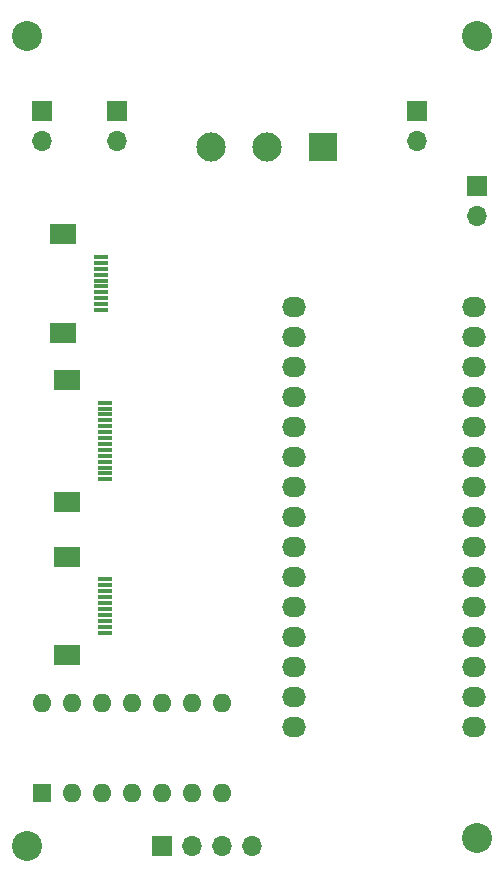
<source format=gbr>
%TF.GenerationSoftware,KiCad,Pcbnew,(6.0.1)*%
%TF.CreationDate,2022-06-07T11:34:35+01:00*%
%TF.ProjectId,psp-bluetooth,7073702d-626c-4756-9574-6f6f74682e6b,rev?*%
%TF.SameCoordinates,Original*%
%TF.FileFunction,Soldermask,Bot*%
%TF.FilePolarity,Negative*%
%FSLAX46Y46*%
G04 Gerber Fmt 4.6, Leading zero omitted, Abs format (unit mm)*
G04 Created by KiCad (PCBNEW (6.0.1)) date 2022-06-07 11:34:35*
%MOMM*%
%LPD*%
G01*
G04 APERTURE LIST*
%ADD10O,2.032000X1.727200*%
%ADD11C,2.540000*%
%ADD12R,2.475000X2.475000*%
%ADD13C,2.475000*%
%ADD14R,1.600000X1.600000*%
%ADD15O,1.600000X1.600000*%
%ADD16R,1.700000X1.700000*%
%ADD17O,1.700000X1.700000*%
%ADD18R,1.300000X0.300000*%
%ADD19R,2.200000X1.800000*%
G04 APERTURE END LIST*
D10*
%TO.C,P1*%
X139446000Y-71247000D03*
X139446000Y-73787000D03*
X139446000Y-76327000D03*
X139446000Y-78867000D03*
X139446000Y-81407000D03*
X139446000Y-83947000D03*
X139446000Y-86487000D03*
X139446000Y-89027000D03*
X139446000Y-91567000D03*
X139446000Y-94107000D03*
X139446000Y-96647000D03*
X139446000Y-99187000D03*
X139446000Y-101727000D03*
X139446000Y-104267000D03*
X139446000Y-106807000D03*
%TD*%
%TO.C,P2*%
X154686000Y-71247000D03*
X154686000Y-73787000D03*
X154686000Y-76327000D03*
X154686000Y-78867000D03*
X154686000Y-81407000D03*
X154686000Y-83947000D03*
X154686000Y-86487000D03*
X154686000Y-89027000D03*
X154686000Y-91567000D03*
X154686000Y-94107000D03*
X154686000Y-96647000D03*
X154686000Y-99187000D03*
X154686000Y-101727000D03*
X154686000Y-104267000D03*
X154686000Y-106807000D03*
%TD*%
D11*
%TO.C,P3*%
X116840000Y-48260000D03*
%TD*%
%TO.C,P4*%
X116840000Y-116840000D03*
%TD*%
%TO.C,P5*%
X154940000Y-116205000D03*
%TD*%
%TO.C,P6*%
X154940000Y-48260000D03*
%TD*%
D12*
%TO.C,S1*%
X141910000Y-57672500D03*
D13*
X137160000Y-57672500D03*
X132410000Y-57672500D03*
%TD*%
D14*
%TO.C,U1*%
X118105000Y-112385000D03*
D15*
X120645000Y-112385000D03*
X123185000Y-112385000D03*
X125725000Y-112385000D03*
X128265000Y-112385000D03*
X130805000Y-112385000D03*
X133345000Y-112385000D03*
X133345000Y-104765000D03*
X130805000Y-104765000D03*
X128265000Y-104765000D03*
X125725000Y-104765000D03*
X123185000Y-104765000D03*
X120645000Y-104765000D03*
X118105000Y-104765000D03*
%TD*%
D16*
%TO.C,J7*%
X118110000Y-54610000D03*
D17*
X118110000Y-57150000D03*
%TD*%
D16*
%TO.C,J4*%
X128280000Y-116840000D03*
D17*
X130820000Y-116840000D03*
X133360000Y-116840000D03*
X135900000Y-116840000D03*
%TD*%
D16*
%TO.C,J5*%
X149860000Y-54605000D03*
D17*
X149860000Y-57145000D03*
%TD*%
D16*
%TO.C,J8*%
X154940000Y-60955000D03*
D17*
X154940000Y-63495000D03*
%TD*%
D16*
%TO.C,J6*%
X124460000Y-54605000D03*
D17*
X124460000Y-57145000D03*
%TD*%
D18*
%TO.C,J3*%
X123450000Y-85800000D03*
X123450000Y-85300000D03*
X123450000Y-84800000D03*
X123450000Y-84300000D03*
X123450000Y-83800000D03*
X123450000Y-83300000D03*
X123450000Y-82800000D03*
X123450000Y-82300000D03*
X123450000Y-81800000D03*
X123450000Y-81300000D03*
X123450000Y-80800000D03*
X123450000Y-80300000D03*
X123450000Y-79800000D03*
X123450000Y-79300000D03*
D19*
X120200000Y-87700000D03*
X120200000Y-77400000D03*
%TD*%
D18*
%TO.C,J1*%
X123450000Y-98770000D03*
X123450000Y-98270000D03*
X123450000Y-97770000D03*
X123450000Y-97270000D03*
X123450000Y-96770000D03*
X123450000Y-96270000D03*
X123450000Y-95770000D03*
X123450000Y-95270000D03*
X123450000Y-94770000D03*
X123450000Y-94270000D03*
D19*
X120200000Y-100670000D03*
X120200000Y-92370000D03*
%TD*%
D18*
%TO.C,J2*%
X123135000Y-71465000D03*
X123135000Y-70965000D03*
X123135000Y-70465000D03*
X123135000Y-69965000D03*
X123135000Y-69465000D03*
X123135000Y-68965000D03*
X123135000Y-68465000D03*
X123135000Y-67965000D03*
X123135000Y-67465000D03*
X123135000Y-66965000D03*
D19*
X119885000Y-65065000D03*
X119885000Y-73365000D03*
%TD*%
M02*

</source>
